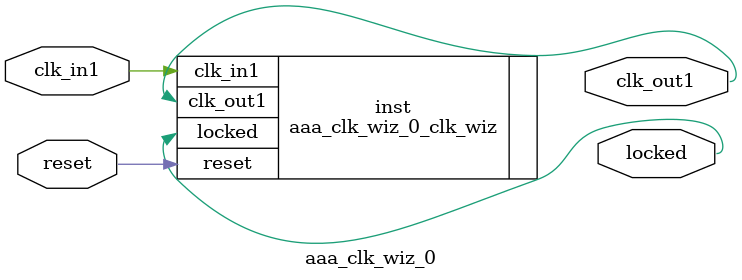
<source format=v>


`timescale 1ps/1ps

(* CORE_GENERATION_INFO = "aaa_clk_wiz_0,clk_wiz_v6_0_13_0_0,{component_name=aaa_clk_wiz_0,use_phase_alignment=true,use_min_o_jitter=false,use_max_i_jitter=false,use_dyn_phase_shift=false,use_inclk_switchover=false,use_dyn_reconfig=false,enable_axi=0,feedback_source=FDBK_AUTO,PRIMITIVE=MMCM,num_out_clk=1,clkin1_period=10.000,clkin2_period=10.000,use_power_down=false,use_reset=true,use_locked=true,use_inclk_stopped=false,feedback_type=SINGLE,CLOCK_MGR_TYPE=NA,manual_override=false}" *)

module aaa_clk_wiz_0 
 (
  // Clock out ports
  output        clk_out1,
  // Status and control signals
  input         reset,
  output        locked,
 // Clock in ports
  input         clk_in1
 );

  aaa_clk_wiz_0_clk_wiz inst
  (
  // Clock out ports  
  .clk_out1(clk_out1),
  // Status and control signals               
  .reset(reset), 
  .locked(locked),
 // Clock in ports
  .clk_in1(clk_in1)
  );

endmodule

</source>
